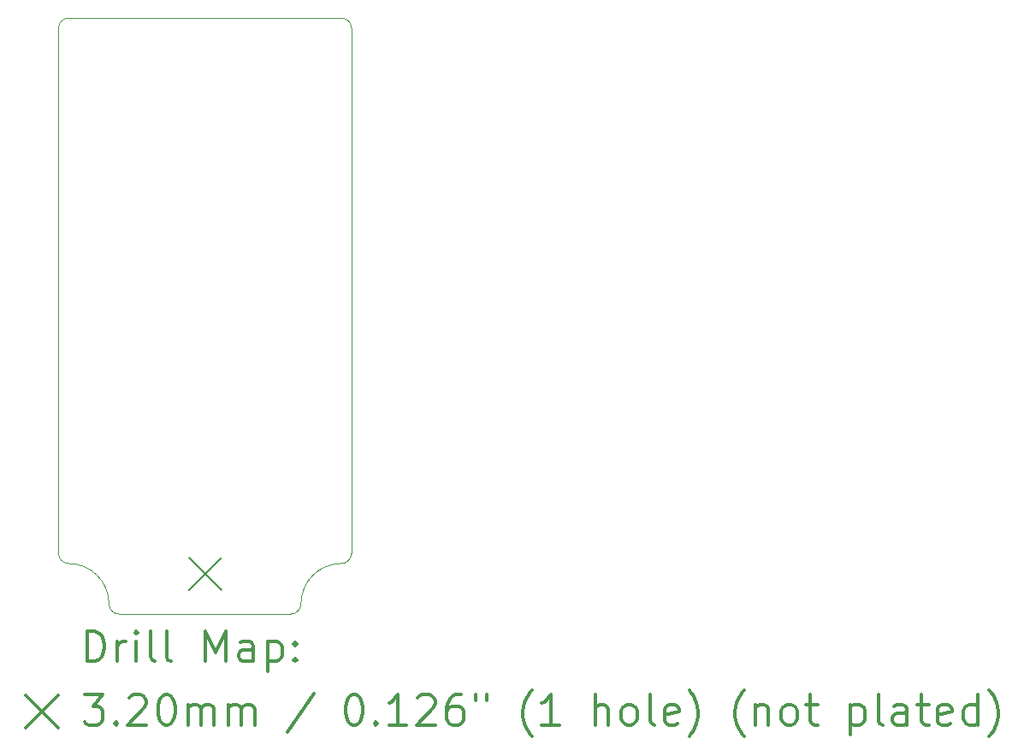
<source format=gbr>
%FSLAX45Y45*%
G04 Gerber Fmt 4.5, Leading zero omitted, Abs format (unit mm)*
G04 Created by KiCad (PCBNEW (5.1.9)-1) date 2021-08-13 19:59:23*
%MOMM*%
%LPD*%
G01*
G04 APERTURE LIST*
%TA.AperFunction,Profile*%
%ADD10C,0.050000*%
%TD*%
%ADD11C,0.200000*%
%ADD12C,0.300000*%
G04 APERTURE END LIST*
D10*
X4450000Y-7850000D02*
G75*
G02*
X4850000Y-7450000I400000J0D01*
G01*
X4950000Y-7350000D02*
G75*
G02*
X4850000Y-7450000I-100000J0D01*
G01*
X4450000Y-7850000D02*
G75*
G02*
X4350000Y-7950000I-100000J0D01*
G01*
X2150000Y-7450000D02*
G75*
G02*
X2550000Y-7850000I0J-400000D01*
G01*
X2650000Y-7950000D02*
G75*
G02*
X2550000Y-7850000I0J100000D01*
G01*
X2150000Y-7450000D02*
G75*
G02*
X2050000Y-7350000I0J100000D01*
G01*
X4850000Y-2050000D02*
G75*
G02*
X4950000Y-2150000I0J-100000D01*
G01*
X2050000Y-2150000D02*
G75*
G02*
X2150000Y-2050000I100000J0D01*
G01*
X2050000Y-7350000D02*
X2050000Y-2150000D01*
X4350000Y-7950000D02*
X2650000Y-7950000D01*
X4950000Y-2150000D02*
X4950000Y-7350000D01*
X2150000Y-2050000D02*
X4850000Y-2050000D01*
D11*
X3340000Y-7390000D02*
X3660000Y-7710000D01*
X3660000Y-7390000D02*
X3340000Y-7710000D01*
D12*
X2333928Y-8418214D02*
X2333928Y-8118214D01*
X2405357Y-8118214D01*
X2448214Y-8132500D01*
X2476786Y-8161071D01*
X2491071Y-8189643D01*
X2505357Y-8246786D01*
X2505357Y-8289643D01*
X2491071Y-8346786D01*
X2476786Y-8375357D01*
X2448214Y-8403929D01*
X2405357Y-8418214D01*
X2333928Y-8418214D01*
X2633928Y-8418214D02*
X2633928Y-8218214D01*
X2633928Y-8275357D02*
X2648214Y-8246786D01*
X2662500Y-8232500D01*
X2691071Y-8218214D01*
X2719643Y-8218214D01*
X2819643Y-8418214D02*
X2819643Y-8218214D01*
X2819643Y-8118214D02*
X2805357Y-8132500D01*
X2819643Y-8146786D01*
X2833928Y-8132500D01*
X2819643Y-8118214D01*
X2819643Y-8146786D01*
X3005357Y-8418214D02*
X2976786Y-8403929D01*
X2962500Y-8375357D01*
X2962500Y-8118214D01*
X3162500Y-8418214D02*
X3133928Y-8403929D01*
X3119643Y-8375357D01*
X3119643Y-8118214D01*
X3505357Y-8418214D02*
X3505357Y-8118214D01*
X3605357Y-8332500D01*
X3705357Y-8118214D01*
X3705357Y-8418214D01*
X3976786Y-8418214D02*
X3976786Y-8261071D01*
X3962500Y-8232500D01*
X3933928Y-8218214D01*
X3876786Y-8218214D01*
X3848214Y-8232500D01*
X3976786Y-8403929D02*
X3948214Y-8418214D01*
X3876786Y-8418214D01*
X3848214Y-8403929D01*
X3833928Y-8375357D01*
X3833928Y-8346786D01*
X3848214Y-8318214D01*
X3876786Y-8303929D01*
X3948214Y-8303929D01*
X3976786Y-8289643D01*
X4119643Y-8218214D02*
X4119643Y-8518214D01*
X4119643Y-8232500D02*
X4148214Y-8218214D01*
X4205357Y-8218214D01*
X4233928Y-8232500D01*
X4248214Y-8246786D01*
X4262500Y-8275357D01*
X4262500Y-8361071D01*
X4248214Y-8389643D01*
X4233928Y-8403929D01*
X4205357Y-8418214D01*
X4148214Y-8418214D01*
X4119643Y-8403929D01*
X4391071Y-8389643D02*
X4405357Y-8403929D01*
X4391071Y-8418214D01*
X4376786Y-8403929D01*
X4391071Y-8389643D01*
X4391071Y-8418214D01*
X4391071Y-8232500D02*
X4405357Y-8246786D01*
X4391071Y-8261071D01*
X4376786Y-8246786D01*
X4391071Y-8232500D01*
X4391071Y-8261071D01*
X1727500Y-8752500D02*
X2047500Y-9072500D01*
X2047500Y-8752500D02*
X1727500Y-9072500D01*
X2305357Y-8748214D02*
X2491071Y-8748214D01*
X2391071Y-8862500D01*
X2433928Y-8862500D01*
X2462500Y-8876786D01*
X2476786Y-8891072D01*
X2491071Y-8919643D01*
X2491071Y-8991072D01*
X2476786Y-9019643D01*
X2462500Y-9033929D01*
X2433928Y-9048214D01*
X2348214Y-9048214D01*
X2319643Y-9033929D01*
X2305357Y-9019643D01*
X2619643Y-9019643D02*
X2633928Y-9033929D01*
X2619643Y-9048214D01*
X2605357Y-9033929D01*
X2619643Y-9019643D01*
X2619643Y-9048214D01*
X2748214Y-8776786D02*
X2762500Y-8762500D01*
X2791071Y-8748214D01*
X2862500Y-8748214D01*
X2891071Y-8762500D01*
X2905357Y-8776786D01*
X2919643Y-8805357D01*
X2919643Y-8833929D01*
X2905357Y-8876786D01*
X2733928Y-9048214D01*
X2919643Y-9048214D01*
X3105357Y-8748214D02*
X3133928Y-8748214D01*
X3162500Y-8762500D01*
X3176786Y-8776786D01*
X3191071Y-8805357D01*
X3205357Y-8862500D01*
X3205357Y-8933929D01*
X3191071Y-8991072D01*
X3176786Y-9019643D01*
X3162500Y-9033929D01*
X3133928Y-9048214D01*
X3105357Y-9048214D01*
X3076786Y-9033929D01*
X3062500Y-9019643D01*
X3048214Y-8991072D01*
X3033928Y-8933929D01*
X3033928Y-8862500D01*
X3048214Y-8805357D01*
X3062500Y-8776786D01*
X3076786Y-8762500D01*
X3105357Y-8748214D01*
X3333928Y-9048214D02*
X3333928Y-8848214D01*
X3333928Y-8876786D02*
X3348214Y-8862500D01*
X3376786Y-8848214D01*
X3419643Y-8848214D01*
X3448214Y-8862500D01*
X3462500Y-8891072D01*
X3462500Y-9048214D01*
X3462500Y-8891072D02*
X3476786Y-8862500D01*
X3505357Y-8848214D01*
X3548214Y-8848214D01*
X3576786Y-8862500D01*
X3591071Y-8891072D01*
X3591071Y-9048214D01*
X3733928Y-9048214D02*
X3733928Y-8848214D01*
X3733928Y-8876786D02*
X3748214Y-8862500D01*
X3776786Y-8848214D01*
X3819643Y-8848214D01*
X3848214Y-8862500D01*
X3862500Y-8891072D01*
X3862500Y-9048214D01*
X3862500Y-8891072D02*
X3876786Y-8862500D01*
X3905357Y-8848214D01*
X3948214Y-8848214D01*
X3976786Y-8862500D01*
X3991071Y-8891072D01*
X3991071Y-9048214D01*
X4576786Y-8733929D02*
X4319643Y-9119643D01*
X4962500Y-8748214D02*
X4991071Y-8748214D01*
X5019643Y-8762500D01*
X5033928Y-8776786D01*
X5048214Y-8805357D01*
X5062500Y-8862500D01*
X5062500Y-8933929D01*
X5048214Y-8991072D01*
X5033928Y-9019643D01*
X5019643Y-9033929D01*
X4991071Y-9048214D01*
X4962500Y-9048214D01*
X4933928Y-9033929D01*
X4919643Y-9019643D01*
X4905357Y-8991072D01*
X4891071Y-8933929D01*
X4891071Y-8862500D01*
X4905357Y-8805357D01*
X4919643Y-8776786D01*
X4933928Y-8762500D01*
X4962500Y-8748214D01*
X5191071Y-9019643D02*
X5205357Y-9033929D01*
X5191071Y-9048214D01*
X5176786Y-9033929D01*
X5191071Y-9019643D01*
X5191071Y-9048214D01*
X5491071Y-9048214D02*
X5319643Y-9048214D01*
X5405357Y-9048214D02*
X5405357Y-8748214D01*
X5376786Y-8791072D01*
X5348214Y-8819643D01*
X5319643Y-8833929D01*
X5605357Y-8776786D02*
X5619643Y-8762500D01*
X5648214Y-8748214D01*
X5719643Y-8748214D01*
X5748214Y-8762500D01*
X5762500Y-8776786D01*
X5776786Y-8805357D01*
X5776786Y-8833929D01*
X5762500Y-8876786D01*
X5591071Y-9048214D01*
X5776786Y-9048214D01*
X6033928Y-8748214D02*
X5976786Y-8748214D01*
X5948214Y-8762500D01*
X5933928Y-8776786D01*
X5905357Y-8819643D01*
X5891071Y-8876786D01*
X5891071Y-8991072D01*
X5905357Y-9019643D01*
X5919643Y-9033929D01*
X5948214Y-9048214D01*
X6005357Y-9048214D01*
X6033928Y-9033929D01*
X6048214Y-9019643D01*
X6062500Y-8991072D01*
X6062500Y-8919643D01*
X6048214Y-8891072D01*
X6033928Y-8876786D01*
X6005357Y-8862500D01*
X5948214Y-8862500D01*
X5919643Y-8876786D01*
X5905357Y-8891072D01*
X5891071Y-8919643D01*
X6176786Y-8748214D02*
X6176786Y-8805357D01*
X6291071Y-8748214D02*
X6291071Y-8805357D01*
X6733928Y-9162500D02*
X6719643Y-9148214D01*
X6691071Y-9105357D01*
X6676786Y-9076786D01*
X6662500Y-9033929D01*
X6648214Y-8962500D01*
X6648214Y-8905357D01*
X6662500Y-8833929D01*
X6676786Y-8791072D01*
X6691071Y-8762500D01*
X6719643Y-8719643D01*
X6733928Y-8705357D01*
X7005357Y-9048214D02*
X6833928Y-9048214D01*
X6919643Y-9048214D02*
X6919643Y-8748214D01*
X6891071Y-8791072D01*
X6862500Y-8819643D01*
X6833928Y-8833929D01*
X7362500Y-9048214D02*
X7362500Y-8748214D01*
X7491071Y-9048214D02*
X7491071Y-8891072D01*
X7476786Y-8862500D01*
X7448214Y-8848214D01*
X7405357Y-8848214D01*
X7376786Y-8862500D01*
X7362500Y-8876786D01*
X7676786Y-9048214D02*
X7648214Y-9033929D01*
X7633928Y-9019643D01*
X7619643Y-8991072D01*
X7619643Y-8905357D01*
X7633928Y-8876786D01*
X7648214Y-8862500D01*
X7676786Y-8848214D01*
X7719643Y-8848214D01*
X7748214Y-8862500D01*
X7762500Y-8876786D01*
X7776786Y-8905357D01*
X7776786Y-8991072D01*
X7762500Y-9019643D01*
X7748214Y-9033929D01*
X7719643Y-9048214D01*
X7676786Y-9048214D01*
X7948214Y-9048214D02*
X7919643Y-9033929D01*
X7905357Y-9005357D01*
X7905357Y-8748214D01*
X8176786Y-9033929D02*
X8148214Y-9048214D01*
X8091071Y-9048214D01*
X8062500Y-9033929D01*
X8048214Y-9005357D01*
X8048214Y-8891072D01*
X8062500Y-8862500D01*
X8091071Y-8848214D01*
X8148214Y-8848214D01*
X8176786Y-8862500D01*
X8191071Y-8891072D01*
X8191071Y-8919643D01*
X8048214Y-8948214D01*
X8291071Y-9162500D02*
X8305357Y-9148214D01*
X8333928Y-9105357D01*
X8348214Y-9076786D01*
X8362500Y-9033929D01*
X8376786Y-8962500D01*
X8376786Y-8905357D01*
X8362500Y-8833929D01*
X8348214Y-8791072D01*
X8333928Y-8762500D01*
X8305357Y-8719643D01*
X8291071Y-8705357D01*
X8833928Y-9162500D02*
X8819643Y-9148214D01*
X8791071Y-9105357D01*
X8776786Y-9076786D01*
X8762500Y-9033929D01*
X8748214Y-8962500D01*
X8748214Y-8905357D01*
X8762500Y-8833929D01*
X8776786Y-8791072D01*
X8791071Y-8762500D01*
X8819643Y-8719643D01*
X8833928Y-8705357D01*
X8948214Y-8848214D02*
X8948214Y-9048214D01*
X8948214Y-8876786D02*
X8962500Y-8862500D01*
X8991071Y-8848214D01*
X9033928Y-8848214D01*
X9062500Y-8862500D01*
X9076786Y-8891072D01*
X9076786Y-9048214D01*
X9262500Y-9048214D02*
X9233928Y-9033929D01*
X9219643Y-9019643D01*
X9205357Y-8991072D01*
X9205357Y-8905357D01*
X9219643Y-8876786D01*
X9233928Y-8862500D01*
X9262500Y-8848214D01*
X9305357Y-8848214D01*
X9333928Y-8862500D01*
X9348214Y-8876786D01*
X9362500Y-8905357D01*
X9362500Y-8991072D01*
X9348214Y-9019643D01*
X9333928Y-9033929D01*
X9305357Y-9048214D01*
X9262500Y-9048214D01*
X9448214Y-8848214D02*
X9562500Y-8848214D01*
X9491071Y-8748214D02*
X9491071Y-9005357D01*
X9505357Y-9033929D01*
X9533928Y-9048214D01*
X9562500Y-9048214D01*
X9891071Y-8848214D02*
X9891071Y-9148214D01*
X9891071Y-8862500D02*
X9919643Y-8848214D01*
X9976786Y-8848214D01*
X10005357Y-8862500D01*
X10019643Y-8876786D01*
X10033928Y-8905357D01*
X10033928Y-8991072D01*
X10019643Y-9019643D01*
X10005357Y-9033929D01*
X9976786Y-9048214D01*
X9919643Y-9048214D01*
X9891071Y-9033929D01*
X10205357Y-9048214D02*
X10176786Y-9033929D01*
X10162500Y-9005357D01*
X10162500Y-8748214D01*
X10448214Y-9048214D02*
X10448214Y-8891072D01*
X10433928Y-8862500D01*
X10405357Y-8848214D01*
X10348214Y-8848214D01*
X10319643Y-8862500D01*
X10448214Y-9033929D02*
X10419643Y-9048214D01*
X10348214Y-9048214D01*
X10319643Y-9033929D01*
X10305357Y-9005357D01*
X10305357Y-8976786D01*
X10319643Y-8948214D01*
X10348214Y-8933929D01*
X10419643Y-8933929D01*
X10448214Y-8919643D01*
X10548214Y-8848214D02*
X10662500Y-8848214D01*
X10591071Y-8748214D02*
X10591071Y-9005357D01*
X10605357Y-9033929D01*
X10633928Y-9048214D01*
X10662500Y-9048214D01*
X10876786Y-9033929D02*
X10848214Y-9048214D01*
X10791071Y-9048214D01*
X10762500Y-9033929D01*
X10748214Y-9005357D01*
X10748214Y-8891072D01*
X10762500Y-8862500D01*
X10791071Y-8848214D01*
X10848214Y-8848214D01*
X10876786Y-8862500D01*
X10891071Y-8891072D01*
X10891071Y-8919643D01*
X10748214Y-8948214D01*
X11148214Y-9048214D02*
X11148214Y-8748214D01*
X11148214Y-9033929D02*
X11119643Y-9048214D01*
X11062500Y-9048214D01*
X11033928Y-9033929D01*
X11019643Y-9019643D01*
X11005357Y-8991072D01*
X11005357Y-8905357D01*
X11019643Y-8876786D01*
X11033928Y-8862500D01*
X11062500Y-8848214D01*
X11119643Y-8848214D01*
X11148214Y-8862500D01*
X11262500Y-9162500D02*
X11276786Y-9148214D01*
X11305357Y-9105357D01*
X11319643Y-9076786D01*
X11333928Y-9033929D01*
X11348214Y-8962500D01*
X11348214Y-8905357D01*
X11333928Y-8833929D01*
X11319643Y-8791072D01*
X11305357Y-8762500D01*
X11276786Y-8719643D01*
X11262500Y-8705357D01*
M02*

</source>
